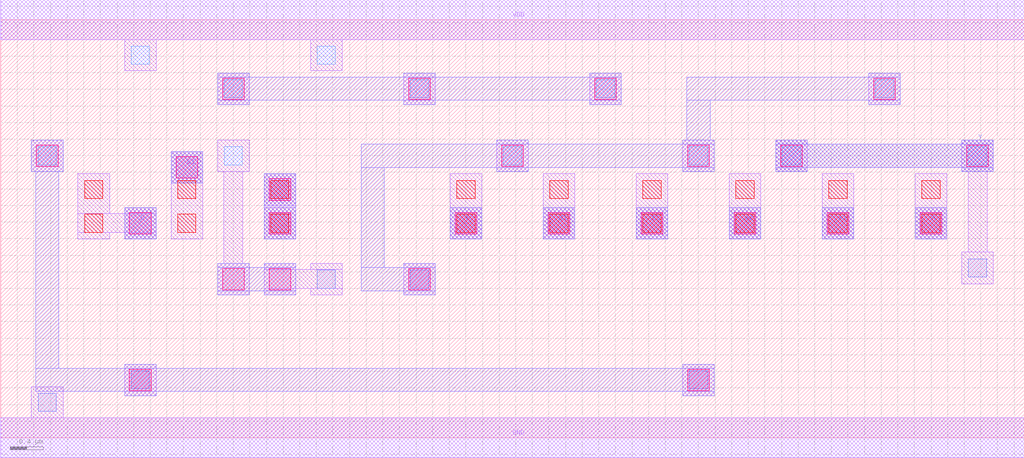
<source format=lef>
MACRO AAAOAI3321
 CLASS CORE ;
 FOREIGN AAAOAI3321 0 0 ;
 SIZE 12.32 BY 5.04 ;
 ORIGIN 0 0 ;
 SYMMETRY X Y R90 ;
 SITE unit ;
  PIN VDD
   DIRECTION INOUT ;
   USE POWER ;
   SHAPE ABUTMENT ;
    PORT
     CLASS CORE ;
       LAYER met1 ;
        RECT 0.00000000 4.80000000 12.32000000 5.28000000 ;
    END
  END VDD

  PIN GND
   DIRECTION INOUT ;
   USE POWER ;
   SHAPE ABUTMENT ;
    PORT
     CLASS CORE ;
       LAYER met1 ;
        RECT 0.00000000 -0.24000000 12.32000000 0.24000000 ;
    END
  END GND

  PIN Y
   DIRECTION INOUT ;
   USE SIGNAL ;
   SHAPE ABUTMENT ;
    PORT
     CLASS CORE ;
       LAYER met2 ;
        RECT 9.33000000 3.20700000 9.71000000 3.25700000 ;
        RECT 11.57000000 3.20700000 11.95000000 3.25700000 ;
        RECT 9.33000000 3.25700000 11.95000000 3.53700000 ;
        RECT 9.33000000 3.53700000 9.71000000 3.58700000 ;
        RECT 11.57000000 3.53700000 11.95000000 3.58700000 ;
    END
  END Y

  PIN C
   DIRECTION INOUT ;
   USE SIGNAL ;
   SHAPE ABUTMENT ;
    PORT
     CLASS CORE ;
       LAYER met2 ;
        RECT 3.17000000 2.39700000 3.55000000 3.18200000 ;
    END
  END C

  PIN A1
   DIRECTION INOUT ;
   USE SIGNAL ;
   SHAPE ABUTMENT ;
    PORT
     CLASS CORE ;
       LAYER met2 ;
        RECT 9.89000000 2.39700000 10.27000000 2.77700000 ;
    END
  END A1

  PIN C1
   DIRECTION INOUT ;
   USE SIGNAL ;
   SHAPE ABUTMENT ;
    PORT
     CLASS CORE ;
       LAYER met2 ;
        RECT 2.05000000 3.07200000 2.43000000 3.45200000 ;
    END
  END C1

  PIN B1
   DIRECTION INOUT ;
   USE SIGNAL ;
   SHAPE ABUTMENT ;
    PORT
     CLASS CORE ;
       LAYER met2 ;
        RECT 6.53000000 2.39700000 6.91000000 2.77700000 ;
    END
  END B1

  PIN B2
   DIRECTION INOUT ;
   USE SIGNAL ;
   SHAPE ABUTMENT ;
    PORT
     CLASS CORE ;
       LAYER met2 ;
        RECT 7.65000000 2.39700000 8.03000000 2.77700000 ;
    END
  END B2

  PIN A
   DIRECTION INOUT ;
   USE SIGNAL ;
   SHAPE ABUTMENT ;
    PORT
     CLASS CORE ;
       LAYER met2 ;
        RECT 11.01000000 2.39700000 11.39000000 2.77700000 ;
    END
  END A

  PIN D
   DIRECTION INOUT ;
   USE SIGNAL ;
   SHAPE ABUTMENT ;
    PORT
     CLASS CORE ;
       LAYER met2 ;
        RECT 1.49000000 2.39700000 1.87000000 2.77700000 ;
    END
  END D

  PIN A2
   DIRECTION INOUT ;
   USE SIGNAL ;
   SHAPE ABUTMENT ;
    PORT
     CLASS CORE ;
       LAYER met2 ;
        RECT 8.77000000 2.39700000 9.15000000 2.77700000 ;
    END
  END A2

  PIN B
   DIRECTION INOUT ;
   USE SIGNAL ;
   SHAPE ABUTMENT ;
    PORT
     CLASS CORE ;
       LAYER met2 ;
        RECT 5.41000000 2.39700000 5.79000000 2.77700000 ;
    END
  END B

 OBS
    LAYER polycont ;
     RECT 1.01000000 2.47700000 1.23000000 2.69700000 ;
     RECT 2.13000000 2.47700000 2.35000000 2.69700000 ;
     RECT 3.25000000 2.47700000 3.47000000 2.69700000 ;
     RECT 5.49000000 2.47700000 5.71000000 2.69700000 ;
     RECT 6.61000000 2.47700000 6.83000000 2.69700000 ;
     RECT 7.73000000 2.47700000 7.95000000 2.69700000 ;
     RECT 8.85000000 2.47700000 9.07000000 2.69700000 ;
     RECT 9.97000000 2.47700000 10.19000000 2.69700000 ;
     RECT 11.09000000 2.47700000 11.31000000 2.69700000 ;
     RECT 1.01000000 2.88200000 1.23000000 3.10200000 ;
     RECT 2.13000000 2.88200000 2.35000000 3.10200000 ;
     RECT 3.25000000 2.88200000 3.47000000 3.10200000 ;
     RECT 5.49000000 2.88200000 5.71000000 3.10200000 ;
     RECT 6.61000000 2.88200000 6.83000000 3.10200000 ;
     RECT 7.73000000 2.88200000 7.95000000 3.10200000 ;
     RECT 8.85000000 2.88200000 9.07000000 3.10200000 ;
     RECT 9.97000000 2.88200000 10.19000000 3.10200000 ;
     RECT 11.09000000 2.88200000 11.31000000 3.10200000 ;

    LAYER pdiffc ;
     RECT 0.45000000 3.28700000 0.67000000 3.50700000 ;
     RECT 2.69000000 3.28700000 2.91000000 3.50700000 ;
     RECT 6.05000000 3.28700000 6.27000000 3.50700000 ;
     RECT 8.29000000 3.28700000 8.51000000 3.50700000 ;
     RECT 9.41000000 3.28700000 9.63000000 3.50700000 ;
     RECT 11.65000000 3.28700000 11.87000000 3.50700000 ;
     RECT 2.69000000 4.09700000 2.91000000 4.31700000 ;
     RECT 4.93000000 4.09700000 5.15000000 4.31700000 ;
     RECT 7.17000000 4.09700000 7.39000000 4.31700000 ;
     RECT 10.53000000 4.09700000 10.75000000 4.31700000 ;
     RECT 1.57000000 4.50200000 1.79000000 4.72200000 ;
     RECT 3.81000000 4.50200000 4.03000000 4.72200000 ;

    LAYER ndiffc ;
     RECT 0.45000000 0.31700000 0.67000000 0.53700000 ;
     RECT 1.57000000 0.58700000 1.79000000 0.80700000 ;
     RECT 8.29000000 0.58700000 8.51000000 0.80700000 ;
     RECT 3.81000000 1.80200000 4.03000000 2.02200000 ;
     RECT 4.93000000 1.80200000 5.15000000 2.02200000 ;
     RECT 11.65000000 1.93700000 11.87000000 2.15700000 ;

    LAYER met1 ;
     RECT 0.00000000 -0.24000000 12.32000000 0.24000000 ;
     RECT 0.37000000 0.24000000 0.75000000 0.61700000 ;
     RECT 1.49000000 0.50700000 1.87000000 0.88700000 ;
     RECT 8.21000000 0.50700000 8.59000000 0.88700000 ;
     RECT 3.17000000 1.72200000 3.55000000 1.79700000 ;
     RECT 3.73000000 1.72200000 4.11000000 1.79700000 ;
     RECT 3.17000000 1.79700000 4.11000000 2.02700000 ;
     RECT 3.17000000 2.02700000 3.55000000 2.10200000 ;
     RECT 3.73000000 2.02700000 4.11000000 2.10200000 ;
     RECT 4.85000000 1.72200000 5.23000000 2.10200000 ;
     RECT 3.17000000 2.39700000 3.55000000 2.77700000 ;
     RECT 0.93000000 2.39700000 1.31000000 2.47200000 ;
     RECT 1.49000000 2.39700000 1.87000000 2.47200000 ;
     RECT 0.93000000 2.47200000 1.87000000 2.70200000 ;
     RECT 1.49000000 2.70200000 1.87000000 2.77700000 ;
     RECT 0.93000000 2.70200000 1.31000000 3.18200000 ;
     RECT 3.17000000 2.80200000 3.55000000 3.18200000 ;
     RECT 5.41000000 2.39700000 5.79000000 3.18200000 ;
     RECT 6.53000000 2.39700000 6.91000000 3.18200000 ;
     RECT 7.65000000 2.39700000 8.03000000 3.18200000 ;
     RECT 8.77000000 2.39700000 9.15000000 3.18200000 ;
     RECT 9.89000000 2.39700000 10.27000000 3.18200000 ;
     RECT 11.01000000 2.39700000 11.39000000 3.18200000 ;
     RECT 2.05000000 2.39700000 2.43000000 3.45200000 ;
     RECT 0.37000000 3.20700000 0.75000000 3.58700000 ;
     RECT 2.61000000 1.72200000 2.99000000 2.10200000 ;
     RECT 2.68500000 2.10200000 2.91500000 3.20700000 ;
     RECT 2.61000000 3.20700000 2.99000000 3.58700000 ;
     RECT 5.97000000 3.20700000 6.35000000 3.58700000 ;
     RECT 8.21000000 3.20700000 8.59000000 3.58700000 ;
     RECT 9.33000000 3.20700000 9.71000000 3.58700000 ;
     RECT 11.57000000 1.85700000 11.95000000 2.23700000 ;
     RECT 11.64500000 2.23700000 11.87500000 3.20700000 ;
     RECT 11.57000000 3.20700000 11.95000000 3.58700000 ;
     RECT 2.61000000 4.01700000 2.99000000 4.39700000 ;
     RECT 4.85000000 4.01700000 5.23000000 4.39700000 ;
     RECT 7.09000000 4.01700000 7.47000000 4.39700000 ;
     RECT 10.45000000 4.01700000 10.83000000 4.39700000 ;
     RECT 1.49000000 4.42200000 1.87000000 4.80000000 ;
     RECT 3.73000000 4.42200000 4.11000000 4.80000000 ;
     RECT 0.00000000 4.80000000 12.32000000 5.28000000 ;

    LAYER via1 ;
     RECT 1.55000000 0.56700000 1.81000000 0.82700000 ;
     RECT 8.27000000 0.56700000 8.53000000 0.82700000 ;
     RECT 2.67000000 1.78200000 2.93000000 2.04200000 ;
     RECT 3.23000000 1.78200000 3.49000000 2.04200000 ;
     RECT 4.91000000 1.78200000 5.17000000 2.04200000 ;
     RECT 1.55000000 2.45700000 1.81000000 2.71700000 ;
     RECT 3.23000000 2.45700000 3.49000000 2.71700000 ;
     RECT 5.47000000 2.45700000 5.73000000 2.71700000 ;
     RECT 6.59000000 2.45700000 6.85000000 2.71700000 ;
     RECT 7.71000000 2.45700000 7.97000000 2.71700000 ;
     RECT 8.83000000 2.45700000 9.09000000 2.71700000 ;
     RECT 9.95000000 2.45700000 10.21000000 2.71700000 ;
     RECT 11.07000000 2.45700000 11.33000000 2.71700000 ;
     RECT 3.23000000 2.86200000 3.49000000 3.12200000 ;
     RECT 2.11000000 3.13200000 2.37000000 3.39200000 ;
     RECT 0.43000000 3.26700000 0.69000000 3.52700000 ;
     RECT 6.03000000 3.26700000 6.29000000 3.52700000 ;
     RECT 8.27000000 3.26700000 8.53000000 3.52700000 ;
     RECT 9.39000000 3.26700000 9.65000000 3.52700000 ;
     RECT 11.63000000 3.26700000 11.89000000 3.52700000 ;
     RECT 2.67000000 4.07700000 2.93000000 4.33700000 ;
     RECT 4.91000000 4.07700000 5.17000000 4.33700000 ;
     RECT 7.15000000 4.07700000 7.41000000 4.33700000 ;
     RECT 10.51000000 4.07700000 10.77000000 4.33700000 ;

    LAYER met2 ;
     RECT 2.61000000 1.72200000 2.99000000 1.77200000 ;
     RECT 3.17000000 1.72200000 3.55000000 1.77200000 ;
     RECT 2.61000000 1.77200000 3.55000000 2.05200000 ;
     RECT 2.61000000 2.05200000 2.99000000 2.10200000 ;
     RECT 3.17000000 2.05200000 3.55000000 2.10200000 ;
     RECT 1.49000000 2.39700000 1.87000000 2.77700000 ;
     RECT 5.41000000 2.39700000 5.79000000 2.77700000 ;
     RECT 6.53000000 2.39700000 6.91000000 2.77700000 ;
     RECT 7.65000000 2.39700000 8.03000000 2.77700000 ;
     RECT 8.77000000 2.39700000 9.15000000 2.77700000 ;
     RECT 9.89000000 2.39700000 10.27000000 2.77700000 ;
     RECT 11.01000000 2.39700000 11.39000000 2.77700000 ;
     RECT 3.17000000 2.39700000 3.55000000 3.18200000 ;
     RECT 2.05000000 3.07200000 2.43000000 3.45200000 ;
     RECT 1.49000000 0.50700000 1.87000000 0.55700000 ;
     RECT 8.21000000 0.50700000 8.59000000 0.55700000 ;
     RECT 0.42000000 0.55700000 8.59000000 0.83700000 ;
     RECT 1.49000000 0.83700000 1.87000000 0.88700000 ;
     RECT 8.21000000 0.83700000 8.59000000 0.88700000 ;
     RECT 0.42000000 0.83700000 0.70000000 3.20700000 ;
     RECT 0.37000000 3.20700000 0.75000000 3.58700000 ;
     RECT 9.33000000 3.20700000 9.71000000 3.25700000 ;
     RECT 11.57000000 3.20700000 11.95000000 3.25700000 ;
     RECT 9.33000000 3.25700000 11.95000000 3.53700000 ;
     RECT 9.33000000 3.53700000 9.71000000 3.58700000 ;
     RECT 11.57000000 3.53700000 11.95000000 3.58700000 ;
     RECT 2.61000000 4.01700000 2.99000000 4.06700000 ;
     RECT 4.85000000 4.01700000 5.23000000 4.06700000 ;
     RECT 7.09000000 4.01700000 7.47000000 4.06700000 ;
     RECT 2.61000000 4.06700000 7.47000000 4.34700000 ;
     RECT 2.61000000 4.34700000 2.99000000 4.39700000 ;
     RECT 4.85000000 4.34700000 5.23000000 4.39700000 ;
     RECT 7.09000000 4.34700000 7.47000000 4.39700000 ;
     RECT 4.85000000 1.72200000 5.23000000 1.77200000 ;
     RECT 4.34000000 1.77200000 5.23000000 2.05200000 ;
     RECT 4.85000000 2.05200000 5.23000000 2.10200000 ;
     RECT 4.34000000 2.05200000 4.62000000 3.25700000 ;
     RECT 5.97000000 3.20700000 6.35000000 3.25700000 ;
     RECT 8.21000000 3.20700000 8.59000000 3.25700000 ;
     RECT 4.34000000 3.25700000 8.59000000 3.53700000 ;
     RECT 5.97000000 3.53700000 6.35000000 3.58700000 ;
     RECT 8.21000000 3.53700000 8.59000000 3.58700000 ;
     RECT 8.26000000 3.58700000 8.54000000 4.06700000 ;
     RECT 10.45000000 4.01700000 10.83000000 4.06700000 ;
     RECT 8.26000000 4.06700000 10.83000000 4.34700000 ;
     RECT 10.45000000 4.34700000 10.83000000 4.39700000 ;

 END
END AAAOAI3321

</source>
